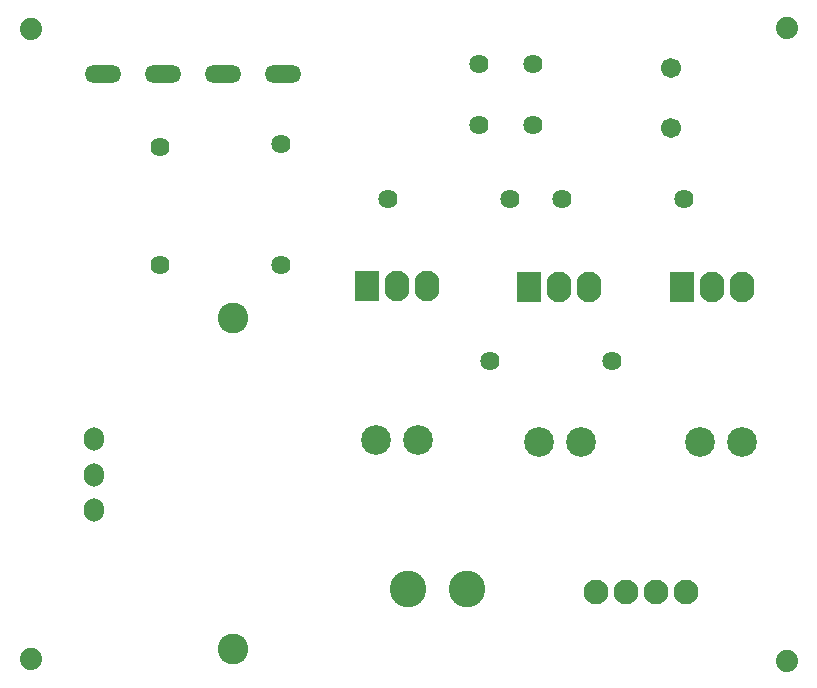
<source format=gbs>
G04 Layer: BottomSolderMaskLayer*
G04 EasyEDA v6.5.40, 2024-07-05 22:39:17*
G04 43834020c9354f6683a6c21c991938a3,10*
G04 Gerber Generator version 0.2*
G04 Scale: 100 percent, Rotated: No, Reflected: No *
G04 Dimensions in inches *
G04 leading zeros omitted , absolute positions ,3 integer and 6 decimal *
%FSLAX36Y36*%
%MOIN*%

%AMMACRO1*1,1,$1,$2,$3*1,1,$1,$4,$5*1,1,$1,0-$2,0-$3*1,1,$1,0-$4,0-$5*20,1,$1,$2,$3,$4,$5,0*20,1,$1,$4,$5,0-$2,0-$3,0*20,1,$1,0-$2,0-$3,0-$4,0-$5,0*20,1,$1,0-$4,0-$5,$2,$3,0*4,1,4,$2,$3,$4,$5,0-$2,0-$3,0-$4,0-$5,$2,$3,0*%
%ADD10C,0.0639*%
%ADD11C,0.0670*%
%ADD12C,0.1221*%
%ADD13O,0.12211X0.05912*%
%ADD14MACRO1,0.004X-0.0394X0.0492X0.0394X0.0492*%
%ADD15O,0.08274X0.102425*%
%ADD16C,0.1024*%
%ADD17O,0.06692999999999999X0.07874099999999999*%
%ADD18C,0.0640*%
%ADD19C,0.0992*%
%ADD20C,0.0827*%
%ADD21C,0.0740*%

%LPD*%
D10*
G01*
X870000Y1808150D03*
G01*
X870000Y2201849D03*
D11*
G01*
X2575000Y2465000D03*
G01*
X2575000Y2265000D03*
D12*
G01*
X1696599Y730000D03*
G01*
X1893400Y730000D03*
D13*
G01*
X1080000Y2445000D03*
G01*
X1280000Y2445000D03*
G01*
X880000Y2445000D03*
G01*
X680000Y2445000D03*
D14*
G01*
X2609999Y1735000D03*
D15*
G01*
X2810000Y1735000D03*
G01*
X2710000Y1735000D03*
D14*
G01*
X2099999Y1735000D03*
D15*
G01*
X2300000Y1735000D03*
G01*
X2200000Y1735000D03*
D14*
G01*
X1559999Y1740000D03*
D15*
G01*
X1760000Y1740000D03*
G01*
X1660000Y1740000D03*
D16*
G01*
X1115000Y528820D03*
G01*
X1115000Y1631179D03*
D17*
G01*
X650000Y1228110D03*
G01*
X650000Y1110000D03*
G01*
X650000Y991889D03*
D18*
G01*
X1275000Y1807240D03*
G01*
X1275000Y2212759D03*
G01*
X2037759Y2030000D03*
G01*
X1632240Y2030000D03*
G01*
X2617759Y2030000D03*
G01*
X2212240Y2030000D03*
G01*
X1972240Y1490000D03*
G01*
X2377759Y1490000D03*
G01*
X2115000Y2275000D03*
G01*
X2115000Y2480000D03*
G01*
X1935000Y2275000D03*
G01*
X1935000Y2480000D03*
D19*
G01*
X1590000Y1225000D03*
G01*
X1730000Y1225000D03*
G01*
X2135000Y1220000D03*
G01*
X2275000Y1220000D03*
G01*
X2670000Y1220000D03*
G01*
X2810000Y1220000D03*
D20*
G01*
X2325000Y720000D03*
G01*
X2425000Y720000D03*
G01*
X2525000Y720000D03*
G01*
X2625000Y720000D03*
D21*
G01*
X2960000Y490000D03*
G01*
X2960000Y2600000D03*
G01*
X440000Y2595000D03*
G01*
X440000Y495000D03*
M02*

</source>
